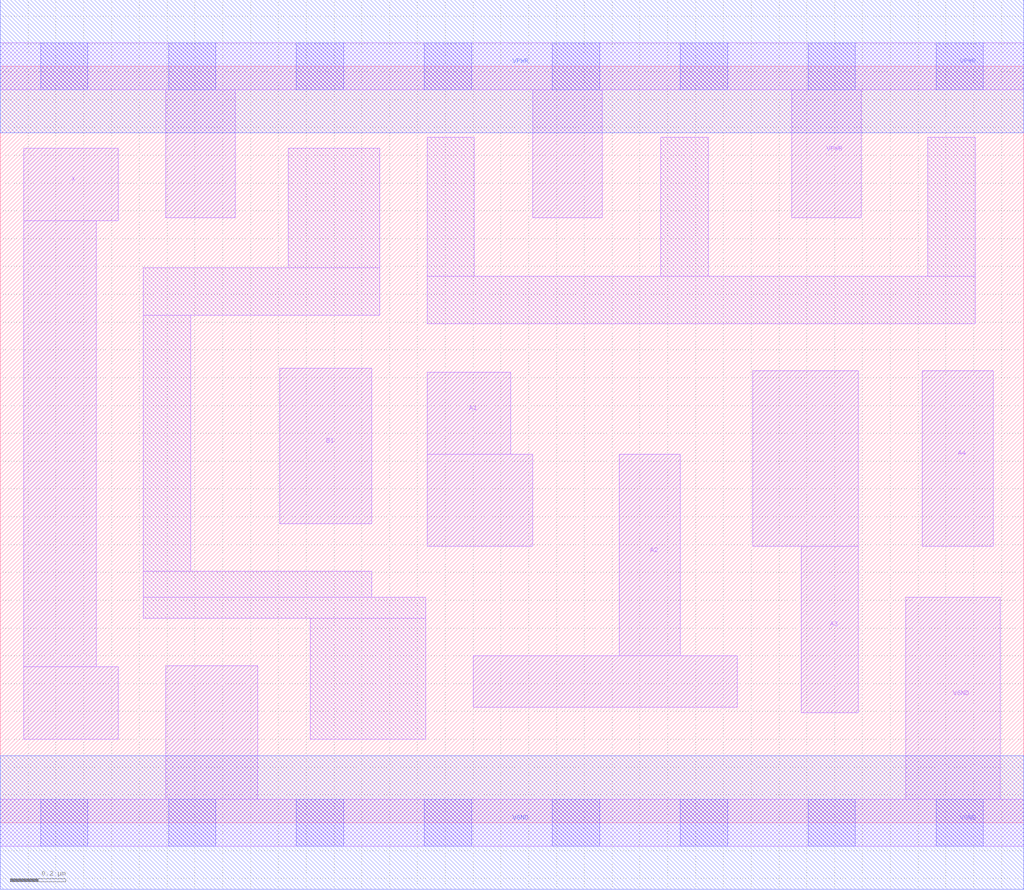
<source format=lef>
# Copyright 2020 The SkyWater PDK Authors
#
# Licensed under the Apache License, Version 2.0 (the "License");
# you may not use this file except in compliance with the License.
# You may obtain a copy of the License at
#
#     https://www.apache.org/licenses/LICENSE-2.0
#
# Unless required by applicable law or agreed to in writing, software
# distributed under the License is distributed on an "AS IS" BASIS,
# WITHOUT WARRANTIES OR CONDITIONS OF ANY KIND, either express or implied.
# See the License for the specific language governing permissions and
# limitations under the License.
#
# SPDX-License-Identifier: Apache-2.0

VERSION 5.7 ;
  NAMESCASESENSITIVE ON ;
  NOWIREEXTENSIONATPIN ON ;
  DIVIDERCHAR "/" ;
  BUSBITCHARS "[]" ;
UNITS
  DATABASE MICRONS 200 ;
END UNITS
MACRO sky130_fd_sc_hd__a41o_1
  CLASS CORE ;
  SOURCE USER ;
  FOREIGN sky130_fd_sc_hd__a41o_1 ;
  ORIGIN  0.000000  0.000000 ;
  SIZE  3.680000 BY  2.720000 ;
  SYMMETRY X Y R90 ;
  SITE unithd ;
  PIN A1
    ANTENNAGATEAREA  0.247500 ;
    DIRECTION INPUT ;
    USE SIGNAL ;
    PORT
      LAYER li1 ;
        RECT 1.535000 0.995000 1.915000 1.325000 ;
        RECT 1.535000 1.325000 1.835000 1.620000 ;
    END
  END A1
  PIN A2
    ANTENNAGATEAREA  0.247500 ;
    DIRECTION INPUT ;
    USE SIGNAL ;
    PORT
      LAYER li1 ;
        RECT 1.700000 0.415000 2.650000 0.600000 ;
        RECT 2.225000 0.600000 2.445000 1.325000 ;
    END
  END A2
  PIN A3
    ANTENNAGATEAREA  0.247500 ;
    DIRECTION INPUT ;
    USE SIGNAL ;
    PORT
      LAYER li1 ;
        RECT 2.705000 0.995000 3.085000 1.625000 ;
        RECT 2.880000 0.395000 3.085000 0.995000 ;
    END
  END A3
  PIN A4
    ANTENNAGATEAREA  0.247500 ;
    DIRECTION INPUT ;
    USE SIGNAL ;
    PORT
      LAYER li1 ;
        RECT 3.315000 0.995000 3.570000 1.625000 ;
    END
  END A4
  PIN B1
    ANTENNAGATEAREA  0.247500 ;
    DIRECTION INPUT ;
    USE SIGNAL ;
    PORT
      LAYER li1 ;
        RECT 1.005000 1.075000 1.335000 1.635000 ;
    END
  END B1
  PIN X
    ANTENNADIFFAREA  0.429000 ;
    DIRECTION OUTPUT ;
    USE SIGNAL ;
    PORT
      LAYER li1 ;
        RECT 0.085000 0.300000 0.425000 0.560000 ;
        RECT 0.085000 0.560000 0.345000 2.165000 ;
        RECT 0.085000 2.165000 0.425000 2.425000 ;
    END
  END X
  PIN VGND
    DIRECTION INOUT ;
    SHAPE ABUTMENT ;
    USE GROUND ;
    PORT
      LAYER li1 ;
        RECT 0.000000 -0.085000 3.680000 0.085000 ;
        RECT 0.595000  0.085000 0.925000 0.565000 ;
        RECT 3.255000  0.085000 3.595000 0.810000 ;
      LAYER mcon ;
        RECT 0.145000 -0.085000 0.315000 0.085000 ;
        RECT 0.605000 -0.085000 0.775000 0.085000 ;
        RECT 1.065000 -0.085000 1.235000 0.085000 ;
        RECT 1.525000 -0.085000 1.695000 0.085000 ;
        RECT 1.985000 -0.085000 2.155000 0.085000 ;
        RECT 2.445000 -0.085000 2.615000 0.085000 ;
        RECT 2.905000 -0.085000 3.075000 0.085000 ;
        RECT 3.365000 -0.085000 3.535000 0.085000 ;
      LAYER met1 ;
        RECT 0.000000 -0.240000 3.680000 0.240000 ;
    END
  END VGND
  PIN VPWR
    DIRECTION INOUT ;
    SHAPE ABUTMENT ;
    USE POWER ;
    PORT
      LAYER li1 ;
        RECT 0.000000 2.635000 3.680000 2.805000 ;
        RECT 0.595000 2.175000 0.845000 2.635000 ;
        RECT 1.915000 2.175000 2.165000 2.635000 ;
        RECT 2.845000 2.175000 3.095000 2.635000 ;
      LAYER mcon ;
        RECT 0.145000 2.635000 0.315000 2.805000 ;
        RECT 0.605000 2.635000 0.775000 2.805000 ;
        RECT 1.065000 2.635000 1.235000 2.805000 ;
        RECT 1.525000 2.635000 1.695000 2.805000 ;
        RECT 1.985000 2.635000 2.155000 2.805000 ;
        RECT 2.445000 2.635000 2.615000 2.805000 ;
        RECT 2.905000 2.635000 3.075000 2.805000 ;
        RECT 3.365000 2.635000 3.535000 2.805000 ;
      LAYER met1 ;
        RECT 0.000000 2.480000 3.680000 2.960000 ;
    END
  END VPWR
  OBS
    LAYER li1 ;
      RECT 0.515000 0.735000 1.530000 0.810000 ;
      RECT 0.515000 0.810000 1.335000 0.905000 ;
      RECT 0.515000 0.905000 0.685000 1.825000 ;
      RECT 0.515000 1.825000 1.365000 1.995000 ;
      RECT 1.035000 1.995000 1.365000 2.425000 ;
      RECT 1.115000 0.300000 1.530000 0.735000 ;
      RECT 1.535000 1.795000 3.505000 1.965000 ;
      RECT 1.535000 1.965000 1.705000 2.465000 ;
      RECT 2.375000 1.965000 2.545000 2.465000 ;
      RECT 3.335000 1.965000 3.505000 2.465000 ;
  END
END sky130_fd_sc_hd__a41o_1
END LIBRARY

</source>
